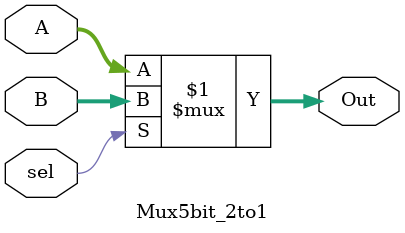
<source format=v>
`timescale 1ns / 1ps


module Mux5bit_2to1(A, B, sel, Out);
    
    input sel;
    input [4:0] A, B;
    
    output [4:0] Out;
    
    assign Out = (sel) ? (B):(A);
    
endmodule

</source>
